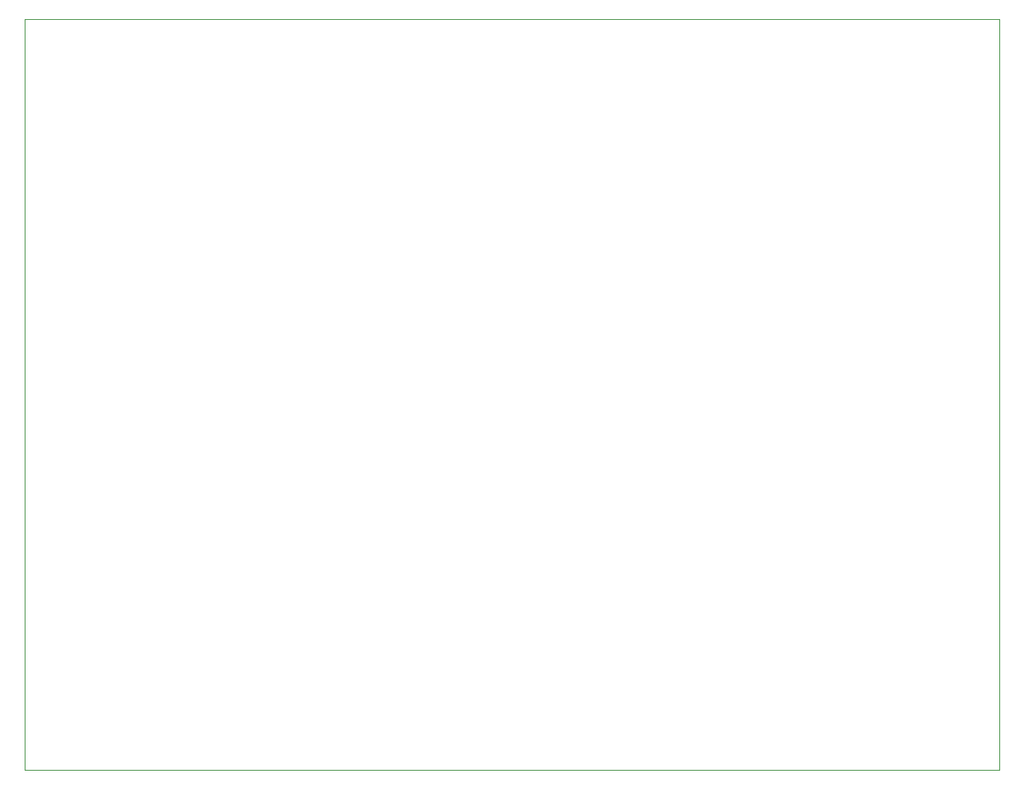
<source format=gbr>
%TF.GenerationSoftware,KiCad,Pcbnew,7.0.10*%
%TF.CreationDate,2024-12-14T08:00:09+00:00*%
%TF.ProjectId,z80_min_sbc_pcb,7a38305f-6d69-46e5-9f73-62635f706362,rev?*%
%TF.SameCoordinates,Original*%
%TF.FileFunction,Profile,NP*%
%FSLAX46Y46*%
G04 Gerber Fmt 4.6, Leading zero omitted, Abs format (unit mm)*
G04 Created by KiCad (PCBNEW 7.0.10) date 2024-12-14 08:00:09*
%MOMM*%
%LPD*%
G01*
G04 APERTURE LIST*
%TA.AperFunction,Profile*%
%ADD10C,0.100000*%
%TD*%
G04 APERTURE END LIST*
D10*
X104140000Y-52250000D02*
X207740000Y-52250000D01*
X207740000Y-132080000D01*
X104140000Y-132080000D01*
X104140000Y-52250000D01*
M02*

</source>
